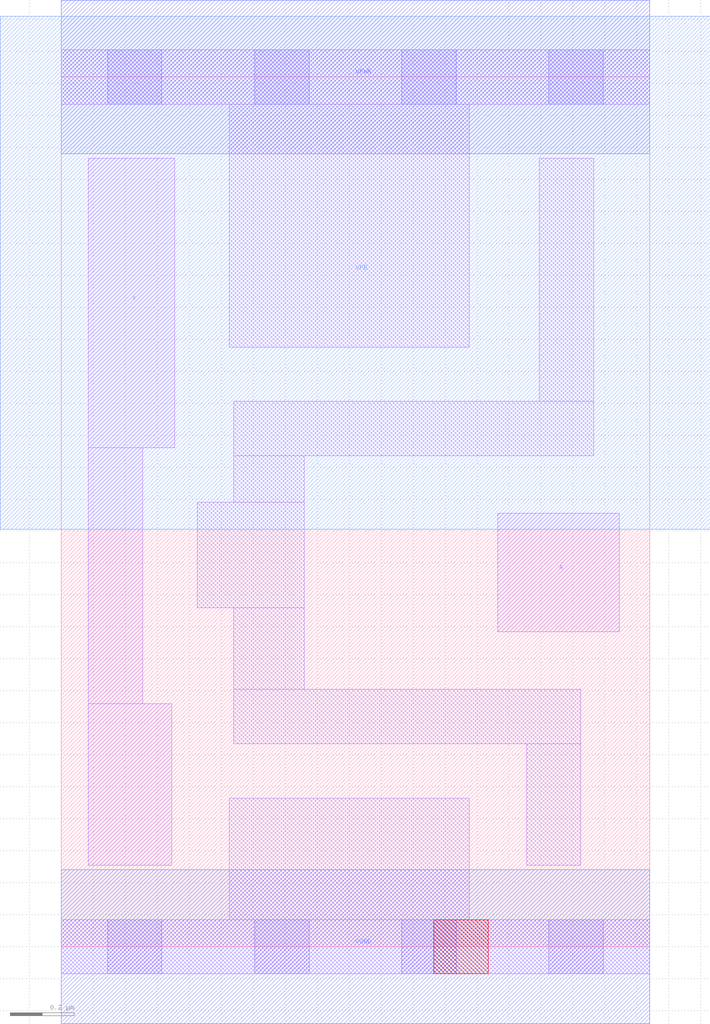
<source format=lef>
# Copyright 2020 The SkyWater PDK Authors
#
# Licensed under the Apache License, Version 2.0 (the "License");
# you may not use this file except in compliance with the License.
# You may obtain a copy of the License at
#
#     https://www.apache.org/licenses/LICENSE-2.0
#
# Unless required by applicable law or agreed to in writing, software
# distributed under the License is distributed on an "AS IS" BASIS,
# WITHOUT WARRANTIES OR CONDITIONS OF ANY KIND, either express or implied.
# See the License for the specific language governing permissions and
# limitations under the License.
#
# SPDX-License-Identifier: Apache-2.0

VERSION 5.7 ;
  NOWIREEXTENSIONATPIN ON ;
  DIVIDERCHAR "/" ;
  BUSBITCHARS "[]" ;
PROPERTYDEFINITIONS
  MACRO maskLayoutSubType STRING ;
  MACRO prCellType STRING ;
  MACRO originalViewName STRING ;
END PROPERTYDEFINITIONS
MACRO sky130_fd_sc_hdll__clkbuf_1
  CLASS CORE ;
  FOREIGN sky130_fd_sc_hdll__clkbuf_1 ;
  ORIGIN  0.000000  0.000000 ;
  SIZE  1.840000 BY  2.720000 ;
  SYMMETRY X Y R90 ;
  SITE unithd ;
  PIN A
    ANTENNAGATEAREA  0.220200 ;
    DIRECTION INPUT ;
    USE SIGNAL ;
    PORT
      LAYER li1 ;
        RECT 1.365000 0.985000 1.745000 1.355000 ;
    END
  END A
  PIN X
    ANTENNADIFFAREA  0.374500 ;
    DIRECTION OUTPUT ;
    USE SIGNAL ;
    PORT
      LAYER li1 ;
        RECT 0.085000 0.255000 0.345000 0.760000 ;
        RECT 0.085000 0.760000 0.255000 1.560000 ;
        RECT 0.085000 1.560000 0.355000 2.465000 ;
    END
  END X
  PIN VGND
    DIRECTION INOUT ;
    USE GROUND ;
    PORT
      LAYER met1 ;
        RECT 0.000000 -0.240000 1.840000 0.240000 ;
    END
  END VGND
  PIN VPB
    DIRECTION INOUT ;
    USE POWER ;
    PORT
      LAYER nwell ;
        RECT -0.190000 1.305000 2.030000 2.910000 ;
    END
  END VPB
  PIN VPWR
    DIRECTION INOUT ;
    USE POWER ;
    PORT
      LAYER met1 ;
        RECT 0.000000 2.480000 1.840000 2.960000 ;
    END
  END VPWR
  OBS
    LAYER li1 ;
      RECT 0.000000 -0.085000 1.840000 0.085000 ;
      RECT 0.000000  2.635000 1.840000 2.805000 ;
      RECT 0.425000  1.060000 0.760000 1.390000 ;
      RECT 0.525000  0.085000 1.275000 0.465000 ;
      RECT 0.525000  1.875000 1.275000 2.635000 ;
      RECT 0.540000  0.635000 1.625000 0.805000 ;
      RECT 0.540000  0.805000 0.760000 1.060000 ;
      RECT 0.540000  1.390000 0.760000 1.535000 ;
      RECT 0.540000  1.535000 1.665000 1.705000 ;
      RECT 1.455000  0.255000 1.625000 0.635000 ;
      RECT 1.495000  1.705000 1.665000 2.465000 ;
    LAYER mcon ;
      RECT 0.145000 -0.085000 0.315000 0.085000 ;
      RECT 0.145000  2.635000 0.315000 2.805000 ;
      RECT 0.605000 -0.085000 0.775000 0.085000 ;
      RECT 0.605000  2.635000 0.775000 2.805000 ;
      RECT 1.065000 -0.085000 1.235000 0.085000 ;
      RECT 1.065000  2.635000 1.235000 2.805000 ;
      RECT 1.525000 -0.085000 1.695000 0.085000 ;
      RECT 1.525000  2.635000 1.695000 2.805000 ;
    LAYER pwell ;
      RECT 1.165000 -0.085000 1.335000 0.085000 ;
  END
  PROPERTY maskLayoutSubType "abstract" ;
  PROPERTY prCellType "standard" ;
  PROPERTY originalViewName "layout" ;
END sky130_fd_sc_hdll__clkbuf_1
END LIBRARY

</source>
